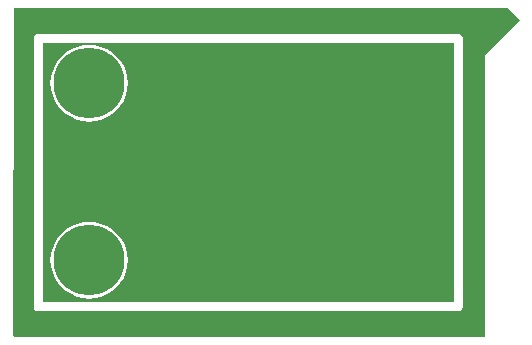
<source format=gbl>
%FSLAX23Y23*%
%MOIN*%
G70*
G01*
G75*
G04 Layer_Physical_Order=2*
G04 Layer_Color=16711680*
%ADD10R,0.024X0.020*%
%ADD11R,0.118X0.039*%
%ADD12R,0.118X0.059*%
%ADD13R,0.060X0.050*%
%ADD14R,0.020X0.024*%
%ADD15O,0.039X0.017*%
%ADD16C,0.010*%
%ADD17C,0.236*%
%ADD18C,0.039*%
G36*
X1605Y955D02*
X1490Y840D01*
Y-100D01*
X-80D01*
X-85Y-95D01*
X-80Y995D01*
X1565D01*
X1605Y955D01*
D02*
G37*
%LPC*%
G36*
X1400Y910D02*
X0D01*
X-6Y909D01*
X-11Y906D01*
X-14Y901D01*
X-15Y895D01*
Y0D01*
X-14Y-6D01*
X-11Y-11D01*
X-6Y-14D01*
X0Y-15D01*
X1400D01*
X1406Y-14D01*
X1411Y-11D01*
X1414Y-6D01*
X1415Y-0D01*
X1415Y-0D01*
X1415Y0D01*
Y0D01*
Y895D01*
X1414Y901D01*
X1411Y906D01*
X1406Y909D01*
X1400Y910D01*
D02*
G37*
%LPD*%
G36*
X1385Y15D02*
X15D01*
Y880D01*
X1385D01*
Y15D01*
D02*
G37*
%LPC*%
G36*
X170Y874D02*
X150Y872D01*
X130Y867D01*
X112Y859D01*
X94Y849D01*
X79Y836D01*
X66Y821D01*
X56Y803D01*
X48Y785D01*
X43Y765D01*
X41Y745D01*
X43Y725D01*
X48Y705D01*
X56Y687D01*
X66Y669D01*
X79Y654D01*
X94Y641D01*
X112Y631D01*
X130Y623D01*
X150Y618D01*
X170Y616D01*
X190Y618D01*
X210Y623D01*
X228Y631D01*
X246Y641D01*
X261Y654D01*
X274Y669D01*
X285Y687D01*
X292Y705D01*
X297Y725D01*
X299Y745D01*
X297Y765D01*
X292Y785D01*
X285Y803D01*
X274Y821D01*
X261Y836D01*
X246Y849D01*
X228Y859D01*
X210Y867D01*
X190Y872D01*
X170Y874D01*
D02*
G37*
G36*
Y284D02*
X150Y282D01*
X130Y277D01*
X112Y269D01*
X94Y259D01*
X79Y246D01*
X66Y231D01*
X56Y213D01*
X48Y195D01*
X43Y175D01*
X41Y155D01*
X43Y135D01*
X48Y115D01*
X56Y97D01*
X66Y79D01*
X79Y64D01*
X94Y51D01*
X112Y41D01*
X130Y33D01*
X150Y28D01*
X170Y26D01*
X190Y28D01*
X210Y33D01*
X228Y41D01*
X246Y51D01*
X261Y64D01*
X274Y79D01*
X285Y97D01*
X292Y115D01*
X297Y135D01*
X299Y155D01*
X297Y175D01*
X292Y195D01*
X285Y213D01*
X274Y231D01*
X261Y246D01*
X246Y259D01*
X228Y269D01*
X210Y277D01*
X190Y282D01*
X170Y284D01*
D02*
G37*
%LPD*%
D17*
Y155D02*
D03*
Y745D02*
D03*
D18*
X259Y155D02*
D03*
X233Y92D02*
D03*
X170Y66D02*
D03*
X107Y92D02*
D03*
X81Y155D02*
D03*
X170Y244D02*
D03*
X233Y218D02*
D03*
X107D02*
D03*
X259Y745D02*
D03*
X233Y682D02*
D03*
X170Y656D02*
D03*
X107Y682D02*
D03*
X81Y745D02*
D03*
X170Y834D02*
D03*
X233Y808D02*
D03*
X107D02*
D03*
M02*

</source>
